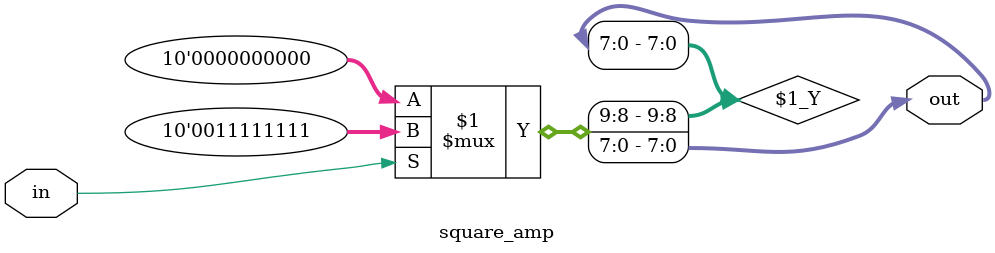
<source format=v>
module square_amp (
    input wire in,
    output wire [7:0] out
);

    parameter GAIN = 10'd255;

    assign out = in ? GAIN : 10'd0;

endmodule
</source>
